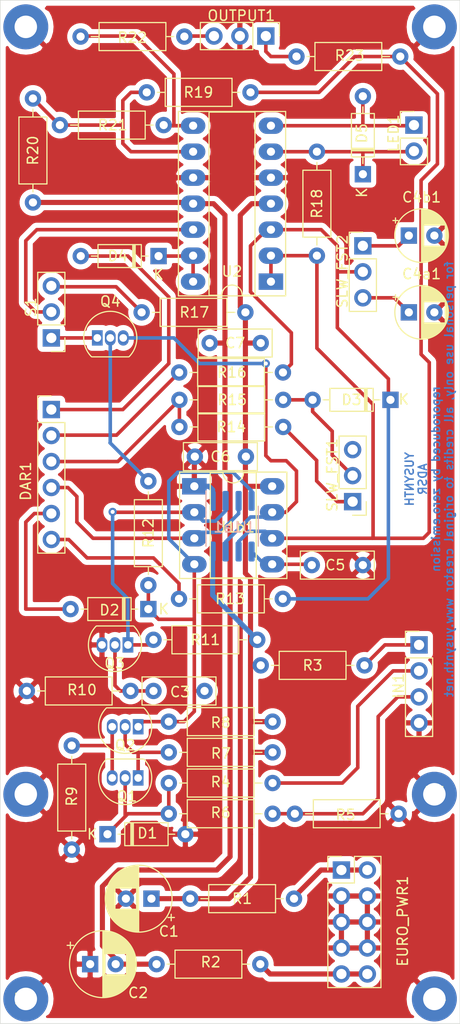
<source format=kicad_pcb>
(kicad_pcb (version 20171130) (host pcbnew 5.1.6)
  (layers (0 F.Cu signal) (31 B.Cu signal) (34 B.Paste user) (35 F.Paste user) (36 B.SilkS user) (37 F.SilkS user) (38 B.Mask user) (39 F.Mask user) (44 Edge.Cuts user))
  (net 0 "")
  (net 1 GND)
  (net 2 +12V)
  (net 3 -12V)
  (net 4 "Net-(C3-Pad1)")
  (net 5 /7555_R)
  (net 6 /7555_CV)
  (net 7 "Net-(C4a1-Pad1)")
  (net 8 "Net-(C4b1-Pad1)")
  (net 9 "Net-(D1-Pad1)")
  (net 10 "Net-(D2-Pad2)")
  (net 11 "Net-(D3-Pad1)")
  (net 12 "Net-(D3-Pad2)")
  (net 13 "Net-(D4-Pad1)")
  (net 14 "Net-(D4-Pad2)")
  (net 15 "Net-(D5-Pad1)")
  (net 16 "Net-(D5-Pad2)")
  (net 17 "Net-(DAR1-Pad2)")
  (net 18 /7555_Q)
  (net 19 "Net-(DAR1-Pad6)")
  (net 20 "Net-(IN1-Pad1)")
  (net 21 "Net-(IN1-Pad2)")
  (net 22 "Net-(IN1-Pad3)")
  (net 23 "Net-(OUTPUT1-Pad1)")
  (net 24 "Net-(Q1-Pad3)")
  (net 25 "Net-(Q1-Pad1)")
  (net 26 /7555_TR)
  (net 27 "Net-(Q4-Pad1)")
  (net 28 /7555_DIS)
  (net 29 "Net-(Q4-Pad2)")
  (net 30 "Net-(R17-Pad2)")
  (net 31 /7555_THR)
  (net 32 "Net-(R19-Pad2)")
  (net 33 "Net-(R21-Pad1)")
  (net 34 "Net-(S1-Pad2)")
  (net 35 "Net-(SLW_FST1-Pad3)")
  (net 36 "Net-(OUTPUT1-Pad3)")
  (net 37 "Net-(DAR1-Pad3)")
  (net 38 "Net-(R14-Pad1)")
  (net 39 /POS)
  (net 40 /NEG)
  (module Capacitor_THT:CP_Radial_D6.3mm_P2.50mm (layer F.Cu) (at 27.8 101.8 180)
    (fp_text reference C1 (at -1.7 -3.2) (layer F.SilkS))
    (fp_text value 22uF)
    (pad 2 thru_hole circle (at 2.5 0 180) (size 1.6 1.6) (drill 0.8) (layers *.Cu *.Mask) (net 1 GND))
    (pad 1 thru_hole rect (at 0 0 180) (size 1.6 1.6) (drill 0.8) (layers *.Cu *.Mask) (net 39 /POS))
  )
  (module Capacitor_THT:CP_Radial_D6.3mm_P2.50mm (layer F.Cu) (at 21.8 108.2)
    (fp_text reference C2 (at 4.7 2.8) (layer F.SilkS))
    (fp_text value 22uF)
    (pad 1 thru_hole rect (at 0 0) (size 1.6 1.6) (drill 0.8) (layers *.Cu *.Mask) (net 1 GND))
    (pad 2 thru_hole circle (at 2.5 0) (size 1.6 1.6) (drill 0.8) (layers *.Cu *.Mask) (net 40 /NEG))
  )
  (module Capacitor_THT:C_Disc_D7.0mm_W2.5mm_P5.00mm (layer F.Cu) (at 28 81.5)
    (fp_text reference C3 (at 2.6 0.1) (layer F.SilkS))
    (fp_text value 10n)
    (pad 1 thru_hole circle (at 0 0) (size 1.6 1.6) (drill 0.8) (layers *.Cu *.Mask) (net 4 "Net-(C3-Pad1)"))
    (pad 2 thru_hole circle (at 5 0) (size 1.6 1.6) (drill 0.8) (layers *.Cu *.Mask) (net 5 /7555_R))
  )
  (module Capacitor_THT:C_Disc_D7.0mm_W2.5mm_P5.00mm (layer F.Cu) (at 43.5 69.2)
    (fp_text reference C5 (at 2.3 0) (layer F.SilkS))
    (fp_text value 10n)
    (pad 2 thru_hole circle (at 5 0) (size 1.6 1.6) (drill 0.8) (layers *.Cu *.Mask) (net 1 GND))
    (pad 1 thru_hole circle (at 0 0) (size 1.6 1.6) (drill 0.8) (layers *.Cu *.Mask) (net 6 /7555_CV))
  )
  (module Capacitor_THT:C_Disc_D7.0mm_W2.5mm_P5.00mm (layer F.Cu) (at 37.05 58.6 180)
    (fp_text reference C6 (at 2.5 0) (layer F.SilkS))
    (fp_text value 100n)
    (pad 1 thru_hole circle (at 0 0 180) (size 1.6 1.6) (drill 0.8) (layers *.Cu *.Mask) (net 39 /POS))
    (pad 2 thru_hole circle (at 5 0 180) (size 1.6 1.6) (drill 0.8) (layers *.Cu *.Mask) (net 1 GND))
  )
  (module Capacitor_THT:C_Disc_D7.0mm_W2.5mm_P5.00mm (layer F.Cu) (at 33.5 47.5)
    (fp_text reference C7 (at 2.5 0) (layer F.SilkS))
    (fp_text value 100n)
    (pad 2 thru_hole circle (at 5 0) (size 1.6 1.6) (drill 0.8) (layers *.Cu *.Mask) (net 39 /POS))
    (pad 1 thru_hole circle (at 0 0) (size 1.6 1.6) (drill 0.8) (layers *.Cu *.Mask) (net 40 /NEG))
  )
  (module Capacitor_THT:CP_Radial_D5.0mm_P2.50mm (layer F.Cu) (at 53 44.5)
    (fp_text reference C4a1 (at 1.25 -3.75) (layer F.SilkS))
    (fp_text value 1uF)
    (pad 2 thru_hole circle (at 2.5 0) (size 1.6 1.6) (drill 0.8) (layers *.Cu *.Mask) (net 1 GND))
    (pad 1 thru_hole rect (at 0 0) (size 1.6 1.6) (drill 0.8) (layers *.Cu *.Mask) (net 7 "Net-(C4a1-Pad1)"))
  )
  (module Capacitor_THT:CP_Radial_D5.0mm_P2.50mm (layer F.Cu) (at 53 37)
    (fp_text reference C4b1 (at 1.25 -3.75) (layer F.SilkS))
    (fp_text value 10uF)
    (pad 1 thru_hole rect (at 0 0) (size 1.6 1.6) (drill 0.8) (layers *.Cu *.Mask) (net 8 "Net-(C4b1-Pad1)"))
    (pad 2 thru_hole circle (at 2.5 0) (size 1.6 1.6) (drill 0.8) (layers *.Cu *.Mask) (net 1 GND))
  )
  (module Diode_THT:D_DO-35_SOD27_P7.62mm_Horizontal (layer F.Cu) (at 23.5 95.5)
    (fp_text reference D1 (at 3.9 -0.1) (layer F.SilkS))
    (fp_text value D)
    (fp_text user K (at -1.5 0) (layer F.SilkS))
    (pad 2 thru_hole oval (at 7.62 0) (size 1.6 1.6) (drill 0.8) (layers *.Cu *.Mask) (net 1 GND))
    (pad 1 thru_hole rect (at 0 0) (size 1.6 1.6) (drill 0.8) (layers *.Cu *.Mask) (net 9 "Net-(D1-Pad1)"))
  )
  (module Diode_THT:D_DO-35_SOD27_P7.62mm_Horizontal (layer F.Cu) (at 27.5 73.5 180)
    (fp_text reference D2 (at 3.81 -0.1) (layer F.SilkS))
    (fp_text value D)
    (fp_text user K (at -1.5 0) (layer F.SilkS))
    (pad 2 thru_hole oval (at 7.62 0 180) (size 1.6 1.6) (drill 0.8) (layers *.Cu *.Mask) (net 10 "Net-(D2-Pad2)"))
    (pad 1 thru_hole rect (at 0 0 180) (size 1.6 1.6) (drill 0.8) (layers *.Cu *.Mask) (net 5 /7555_R))
  )
  (module Diode_THT:D_DO-35_SOD27_P7.62mm_Horizontal (layer F.Cu) (at 51.2 53.05 180)
    (fp_text reference D3 (at 3.81 0) (layer F.SilkS))
    (fp_text value D)
    (fp_text user K (at -1.3 0.05) (layer F.SilkS))
    (pad 1 thru_hole rect (at 0 0 180) (size 1.6 1.6) (drill 0.8) (layers *.Cu *.Mask) (net 11 "Net-(D3-Pad1)"))
    (pad 2 thru_hole oval (at 7.62 0 180) (size 1.6 1.6) (drill 0.8) (layers *.Cu *.Mask) (net 12 "Net-(D3-Pad2)"))
  )
  (module Diode_THT:D_DO-35_SOD27_P7.62mm_Horizontal (layer F.Cu) (at 28.5 39 180)
    (fp_text reference D4 (at 4 0) (layer F.SilkS))
    (fp_text value D)
    (fp_text user K (at 0 -1.8) (layer F.SilkS))
    (pad 1 thru_hole rect (at 0 0 180) (size 1.6 1.6) (drill 0.8) (layers *.Cu *.Mask) (net 13 "Net-(D4-Pad1)"))
    (pad 2 thru_hole oval (at 7.62 0 180) (size 1.6 1.6) (drill 0.8) (layers *.Cu *.Mask) (net 14 "Net-(D4-Pad2)"))
  )
  (module Diode_THT:D_DO-35_SOD27_P7.62mm_Horizontal (layer F.Cu) (at 48.5 31 90)
    (fp_text reference D5 (at 4 -0.1 90) (layer F.SilkS))
    (fp_text value D)
    (fp_text user K (at -1.8 -0.1 90) (layer F.SilkS))
    (pad 1 thru_hole rect (at 0 0 90) (size 1.6 1.6) (drill 0.8) (layers *.Cu *.Mask) (net 15 "Net-(D5-Pad1)"))
    (pad 2 thru_hole oval (at 7.62 0 90) (size 1.6 1.6) (drill 0.8) (layers *.Cu *.Mask) (net 16 "Net-(D5-Pad2)"))
  )
  (module Connector_PinHeader_2.54mm:PinHeader_1x06_P2.54mm_Vertical (layer F.Cu) (at 18 54)
    (fp_text reference DAR1 (at -2.5 7 90) (layer F.SilkS))
    (fp_text value Conn_01x06_Male)
    (pad 1 thru_hole rect (at 0 0) (size 1.7 1.7) (drill 1) (layers *.Cu *.Mask) (net 14 "Net-(D4-Pad2)"))
    (pad 2 thru_hole oval (at 0 2.54) (size 1.7 1.7) (drill 1) (layers *.Cu *.Mask) (net 17 "Net-(DAR1-Pad2)"))
    (pad 3 thru_hole oval (at 0 5.08) (size 1.7 1.7) (drill 1) (layers *.Cu *.Mask) (net 37 "Net-(DAR1-Pad3)"))
    (pad 4 thru_hole oval (at 0 7.62) (size 1.7 1.7) (drill 1) (layers *.Cu *.Mask) (net 18 /7555_Q))
    (pad 5 thru_hole oval (at 0 10.16) (size 1.7 1.7) (drill 1) (layers *.Cu *.Mask) (net 10 "Net-(D2-Pad2)"))
    (pad 6 thru_hole oval (at 0 12.7) (size 1.7 1.7) (drill 1) (layers *.Cu *.Mask) (net 19 "Net-(DAR1-Pad6)"))
  )
  (module Connector_PinHeader_2.54mm:PinHeader_2x05_P2.54mm_Vertical (layer F.Cu) (at 46.4 99)
    (fp_text reference EURO_PWR1 (at 6 5 90) (layer F.SilkS))
    (fp_text value Conn_02x05_Odd_Even)
    (pad 1 thru_hole rect (at 0 0) (size 1.7 1.7) (drill 1) (layers *.Cu *.Mask) (net 2 +12V))
    (pad 2 thru_hole oval (at 2.54 0) (size 1.7 1.7) (drill 1) (layers *.Cu *.Mask) (net 2 +12V))
    (pad 3 thru_hole oval (at 0 2.54) (size 1.7 1.7) (drill 1) (layers *.Cu *.Mask) (net 1 GND))
    (pad 4 thru_hole oval (at 2.54 2.54) (size 1.7 1.7) (drill 1) (layers *.Cu *.Mask) (net 1 GND))
    (pad 5 thru_hole oval (at 0 5.08) (size 1.7 1.7) (drill 1) (layers *.Cu *.Mask) (net 1 GND))
    (pad 6 thru_hole oval (at 2.54 5.08) (size 1.7 1.7) (drill 1) (layers *.Cu *.Mask) (net 1 GND))
    (pad 7 thru_hole oval (at 0 7.62) (size 1.7 1.7) (drill 1) (layers *.Cu *.Mask) (net 1 GND))
    (pad 8 thru_hole oval (at 2.54 7.62) (size 1.7 1.7) (drill 1) (layers *.Cu *.Mask) (net 1 GND))
    (pad 9 thru_hole oval (at 0 10.16) (size 1.7 1.7) (drill 1) (layers *.Cu *.Mask) (net 3 -12V))
    (pad 10 thru_hole oval (at 2.54 10.16) (size 1.7 1.7) (drill 1) (layers *.Cu *.Mask) (net 3 -12V))
  )
  (module Connector_PinHeader_2.54mm:PinHeader_1x04_P2.54mm_Vertical (layer F.Cu) (at 54 77)
    (fp_text reference IN1 (at -2 4 90) (layer F.SilkS))
    (fp_text value Conn_01x04_Male)
    (pad 1 thru_hole rect (at 0 0) (size 1.7 1.7) (drill 1) (layers *.Cu *.Mask) (net 20 "Net-(IN1-Pad1)"))
    (pad 2 thru_hole oval (at 0 2.54) (size 1.7 1.7) (drill 1) (layers *.Cu *.Mask) (net 21 "Net-(IN1-Pad2)"))
    (pad 3 thru_hole oval (at 0 5.08) (size 1.7 1.7) (drill 1) (layers *.Cu *.Mask) (net 22 "Net-(IN1-Pad3)"))
    (pad 4 thru_hole oval (at 0 7.62) (size 1.7 1.7) (drill 1) (layers *.Cu *.Mask) (net 1 GND))
  )
  (module Connector_PinHeader_2.54mm:PinHeader_1x02_P2.54mm_Vertical (layer F.Cu) (at 53.5 26.2)
    (fp_text reference LED1 (at -2 0.8 90) (layer F.SilkS))
    (fp_text value Conn_01x02_Male)
    (pad 1 thru_hole rect (at 0 0) (size 1.7 1.7) (drill 1) (layers *.Cu *.Mask) (net 16 "Net-(D5-Pad2)"))
    (pad 2 thru_hole oval (at 0 2.54) (size 1.7 1.7) (drill 1) (layers *.Cu *.Mask) (net 15 "Net-(D5-Pad1)"))
  )
  (module Connector_PinHeader_2.54mm:PinHeader_1x03_P2.54mm_Vertical (layer F.Cu) (at 39 17.5 270)
    (fp_text reference OUTPUT1 (at -2 2.4 180) (layer F.SilkS))
    (fp_text value Conn_01x03_Male)
    (pad 3 thru_hole oval (at 0 5.08 270) (size 1.7 1.7) (drill 1) (layers *.Cu *.Mask) (net 36 "Net-(OUTPUT1-Pad3)"))
    (pad 2 thru_hole oval (at 0 2.54 270) (size 1.7 1.7) (drill 1) (layers *.Cu *.Mask) (net 1 GND))
    (pad 1 thru_hole rect (at 0 0 270) (size 1.7 1.7) (drill 1) (layers *.Cu *.Mask) (net 23 "Net-(OUTPUT1-Pad1)"))
  )
  (module Package_TO_SOT_THT:TO-92_Inline (layer F.Cu) (at 26.5 90 180)
    (fp_text reference Q1 (at 1.1 -1.8) (layer F.SilkS))
    (fp_text value BC547)
    (pad 2 thru_hole oval (at 1.27 0 180) (size 1.05 1.5) (drill 0.75) (layers *.Cu *.Mask) (net 9 "Net-(D1-Pad1)"))
    (pad 3 thru_hole oval (at 2.54 0 180) (size 1.05 1.5) (drill 0.75) (layers *.Cu *.Mask) (net 24 "Net-(Q1-Pad3)"))
    (pad 1 thru_hole rect (at 0 0 180) (size 1.05 1.5) (drill 0.75) (layers *.Cu *.Mask) (net 25 "Net-(Q1-Pad1)"))
  )
  (module Package_TO_SOT_THT:TO-92_Inline (layer F.Cu) (at 26.5 85 180)
    (fp_text reference Q2 (at 1.27 -1.8) (layer F.SilkS))
    (fp_text value BC547)
    (pad 2 thru_hole oval (at 1.27 0 180) (size 1.05 1.5) (drill 0.75) (layers *.Cu *.Mask) (net 25 "Net-(Q1-Pad1)"))
    (pad 3 thru_hole oval (at 2.54 0 180) (size 1.05 1.5) (drill 0.75) (layers *.Cu *.Mask) (net 24 "Net-(Q1-Pad3)"))
    (pad 1 thru_hole rect (at 0 0 180) (size 1.05 1.5) (drill 0.75) (layers *.Cu *.Mask) (net 5 /7555_R))
  )
  (module Package_TO_SOT_THT:TO-92_Inline (layer F.Cu) (at 25.5 77 180)
    (fp_text reference Q3 (at 1.3 -1.8) (layer F.SilkS))
    (fp_text value BC547)
    (pad 1 thru_hole rect (at 0 0 180) (size 1.05 1.5) (drill 0.75) (layers *.Cu *.Mask) (net 26 /7555_TR))
    (pad 3 thru_hole oval (at 2.54 0 180) (size 1.05 1.5) (drill 0.75) (layers *.Cu *.Mask) (net 1 GND))
    (pad 2 thru_hole oval (at 1.27 0 180) (size 1.05 1.5) (drill 0.75) (layers *.Cu *.Mask) (net 4 "Net-(C3-Pad1)"))
  )
  (module Package_TO_SOT_THT:TO-92_Inline (layer F.Cu) (at 22.5 47)
    (fp_text reference Q4 (at 1.27 -3.56) (layer F.SilkS))
    (fp_text value BS170)
    (pad 1 thru_hole rect (at 0 0) (size 1.05 1.5) (drill 0.75) (layers *.Cu *.Mask) (net 27 "Net-(Q4-Pad1)"))
    (pad 3 thru_hole oval (at 2.54 0) (size 1.05 1.5) (drill 0.75) (layers *.Cu *.Mask) (net 28 /7555_DIS))
    (pad 2 thru_hole oval (at 1.27 0) (size 1.05 1.5) (drill 0.75) (layers *.Cu *.Mask) (net 29 "Net-(Q4-Pad2)"))
  )
  (module Resistor_THT:R_Axial_DIN0207_L6.3mm_D2.5mm_P10.16mm_Horizontal (layer F.Cu) (at 38.5 79)
    (fp_text reference R3 (at 5.08 0) (layer F.SilkS))
    (fp_text value 10K)
    (pad 1 thru_hole circle (at 0 0) (size 1.6 1.6) (drill 0.8) (layers *.Cu *.Mask) (net 39 /POS))
    (pad 2 thru_hole oval (at 10.16 0) (size 1.6 1.6) (drill 0.8) (layers *.Cu *.Mask) (net 20 "Net-(IN1-Pad1)"))
  )
  (module Resistor_THT:R_Axial_DIN0207_L6.3mm_D2.5mm_P10.16mm_Horizontal (layer F.Cu) (at 29.5 90.5)
    (fp_text reference R4 (at 5.08 -0.1) (layer F.SilkS))
    (fp_text value 47K)
    (pad 2 thru_hole oval (at 10.16 0) (size 1.6 1.6) (drill 0.8) (layers *.Cu *.Mask) (net 21 "Net-(IN1-Pad2)"))
    (pad 1 thru_hole circle (at 0 0) (size 1.6 1.6) (drill 0.8) (layers *.Cu *.Mask) (net 9 "Net-(D1-Pad1)"))
  )
  (module Resistor_THT:R_Axial_DIN0207_L6.3mm_D2.5mm_P10.16mm_Horizontal (layer F.Cu) (at 52 93.5 180)
    (fp_text reference R5 (at 5.2 -0.1) (layer F.SilkS))
    (fp_text value 1.2M)
    (pad 2 thru_hole oval (at 10.16 0 180) (size 1.6 1.6) (drill 0.8) (layers *.Cu *.Mask) (net 22 "Net-(IN1-Pad3)"))
    (pad 1 thru_hole circle (at 0 0 180) (size 1.6 1.6) (drill 0.8) (layers *.Cu *.Mask) (net 1 GND))
  )
  (module Resistor_THT:R_Axial_DIN0207_L6.3mm_D2.5mm_P10.16mm_Horizontal (layer F.Cu) (at 29.5 93.5)
    (fp_text reference R6 (at 5.08 -0.1) (layer F.SilkS))
    (fp_text value 1M)
    (pad 1 thru_hole circle (at 0 0) (size 1.6 1.6) (drill 0.8) (layers *.Cu *.Mask) (net 9 "Net-(D1-Pad1)"))
    (pad 2 thru_hole oval (at 10.16 0) (size 1.6 1.6) (drill 0.8) (layers *.Cu *.Mask) (net 22 "Net-(IN1-Pad3)"))
  )
  (module Resistor_THT:R_Axial_DIN0207_L6.3mm_D2.5mm_P10.16mm_Horizontal (layer F.Cu) (at 29.5 87.5)
    (fp_text reference R7 (at 5.1 0.1) (layer F.SilkS))
    (fp_text value 22K)
    (pad 1 thru_hole circle (at 0 0) (size 1.6 1.6) (drill 0.8) (layers *.Cu *.Mask) (net 25 "Net-(Q1-Pad1)"))
    (pad 2 thru_hole oval (at 10.16 0) (size 1.6 1.6) (drill 0.8) (layers *.Cu *.Mask) (net 39 /POS))
  )
  (module Resistor_THT:R_Axial_DIN0207_L6.3mm_D2.5mm_P10.16mm_Horizontal (layer F.Cu) (at 29.5 84.5)
    (fp_text reference R8 (at 5.08 0.1) (layer F.SilkS))
    (fp_text value 22K)
    (pad 2 thru_hole oval (at 10.16 0) (size 1.6 1.6) (drill 0.8) (layers *.Cu *.Mask) (net 39 /POS))
    (pad 1 thru_hole circle (at 0 0) (size 1.6 1.6) (drill 0.8) (layers *.Cu *.Mask) (net 5 /7555_R))
  )
  (module Resistor_THT:R_Axial_DIN0207_L6.3mm_D2.5mm_P10.16mm_Horizontal (layer F.Cu) (at 20 97 90)
    (fp_text reference R9 (at 5.2 0 90) (layer F.SilkS))
    (fp_text value 10)
    (pad 2 thru_hole oval (at 10.16 0 90) (size 1.6 1.6) (drill 0.8) (layers *.Cu *.Mask) (net 24 "Net-(Q1-Pad3)"))
    (pad 1 thru_hole circle (at 0 0 90) (size 1.6 1.6) (drill 0.8) (layers *.Cu *.Mask) (net 1 GND))
  )
  (module Resistor_THT:R_Axial_DIN0207_L6.3mm_D2.5mm_P10.16mm_Horizontal (layer F.Cu) (at 15.6 81.5)
    (fp_text reference R10 (at 5.4 -0.1) (layer F.SilkS))
    (fp_text value 22K)
    (pad 1 thru_hole circle (at 0 0) (size 1.6 1.6) (drill 0.8) (layers *.Cu *.Mask) (net 1 GND))
    (pad 2 thru_hole oval (at 10.16 0) (size 1.6 1.6) (drill 0.8) (layers *.Cu *.Mask) (net 4 "Net-(C3-Pad1)"))
  )
  (module Resistor_THT:R_Axial_DIN0207_L6.3mm_D2.5mm_P10.16mm_Horizontal (layer F.Cu) (at 28 76.5)
    (fp_text reference R11 (at 5.08 0) (layer F.SilkS))
    (fp_text value 22K)
    (pad 2 thru_hole oval (at 10.16 0) (size 1.6 1.6) (drill 0.8) (layers *.Cu *.Mask) (net 39 /POS))
    (pad 1 thru_hole circle (at 0 0) (size 1.6 1.6) (drill 0.8) (layers *.Cu *.Mask) (net 26 /7555_TR))
  )
  (module Resistor_THT:R_Axial_DIN0207_L6.3mm_D2.5mm_P10.16mm_Horizontal (layer F.Cu) (at 27.5 61 270)
    (fp_text reference R12 (at 5.08 0 90) (layer F.SilkS))
    (fp_text value 1M)
    (pad 1 thru_hole circle (at 0 0 270) (size 1.6 1.6) (drill 0.8) (layers *.Cu *.Mask) (net 29 "Net-(Q4-Pad2)"))
    (pad 2 thru_hole oval (at 10.16 0 270) (size 1.6 1.6) (drill 0.8) (layers *.Cu *.Mask) (net 5 /7555_R))
  )
  (module Resistor_THT:R_Axial_DIN0207_L6.3mm_D2.5mm_P10.16mm_Horizontal (layer F.Cu) (at 40.66 72.5 180)
    (fp_text reference R13 (at 5.16 0) (layer F.SilkS))
    (fp_text value 100)
    (pad 1 thru_hole circle (at 0 0 180) (size 1.6 1.6) (drill 0.8) (layers *.Cu *.Mask) (net 11 "Net-(D3-Pad1)"))
    (pad 2 thru_hole oval (at 10.16 0 180) (size 1.6 1.6) (drill 0.8) (layers *.Cu *.Mask) (net 19 "Net-(DAR1-Pad6)"))
  )
  (module Resistor_THT:R_Axial_DIN0207_L6.3mm_D2.5mm_P10.16mm_Horizontal (layer F.Cu) (at 40.7 55.7 180)
    (fp_text reference R14 (at 5.08 0) (layer F.SilkS))
    (fp_text value 120)
    (pad 2 thru_hole oval (at 10.16 0 180) (size 1.6 1.6) (drill 0.8) (layers *.Cu *.Mask) (net 37 "Net-(DAR1-Pad3)"))
    (pad 1 thru_hole circle (at 0 0 180) (size 1.6 1.6) (drill 0.8) (layers *.Cu *.Mask) (net 38 "Net-(R14-Pad1)"))
  )
  (module Resistor_THT:R_Axial_DIN0207_L6.3mm_D2.5mm_P10.16mm_Horizontal (layer F.Cu) (at 40.7 53.05 180)
    (fp_text reference R15 (at 5 0) (layer F.SilkS))
    (fp_text value 680)
    (pad 1 thru_hole circle (at 0 0 180) (size 1.6 1.6) (drill 0.8) (layers *.Cu *.Mask) (net 12 "Net-(D3-Pad2)"))
    (pad 2 thru_hole oval (at 10.16 0 180) (size 1.6 1.6) (drill 0.8) (layers *.Cu *.Mask) (net 37 "Net-(DAR1-Pad3)"))
  )
  (module Resistor_THT:R_Axial_DIN0207_L6.3mm_D2.5mm_P10.16mm_Horizontal (layer F.Cu) (at 40.675 50.375 180)
    (fp_text reference R16 (at 5 0) (layer F.SilkS))
    (fp_text value 100)
    (pad 1 thru_hole circle (at 0 0 180) (size 1.6 1.6) (drill 0.8) (layers *.Cu *.Mask) (net 11 "Net-(D3-Pad1)"))
    (pad 2 thru_hole oval (at 10.16 0 180) (size 1.6 1.6) (drill 0.8) (layers *.Cu *.Mask) (net 17 "Net-(DAR1-Pad2)"))
  )
  (module Resistor_THT:R_Axial_DIN0207_L6.3mm_D2.5mm_P10.16mm_Horizontal (layer F.Cu) (at 37 44.5 180)
    (fp_text reference R17 (at 5 0) (layer F.SilkS))
    (fp_text value 4K7)
    (pad 1 thru_hole circle (at 0 0 180) (size 1.6 1.6) (drill 0.8) (layers *.Cu *.Mask) (net 39 /POS))
    (pad 2 thru_hole oval (at 10.16 0 180) (size 1.6 1.6) (drill 0.8) (layers *.Cu *.Mask) (net 30 "Net-(R17-Pad2)"))
  )
  (module Resistor_THT:R_Axial_DIN0207_L6.3mm_D2.5mm_P10.16mm_Horizontal (layer F.Cu) (at 44 28.8 270)
    (fp_text reference R18 (at 5.08 0 90) (layer F.SilkS))
    (fp_text value 1K)
    (pad 2 thru_hole oval (at 10.16 0 270) (size 1.6 1.6) (drill 0.8) (layers *.Cu *.Mask) (net 31 /7555_THR))
    (pad 1 thru_hole circle (at 0 0 270) (size 1.6 1.6) (drill 0.8) (layers *.Cu *.Mask) (net 15 "Net-(D5-Pad1)"))
  )
  (module Resistor_THT:R_Axial_DIN0207_L6.3mm_D2.5mm_P10.16mm_Horizontal (layer F.Cu) (at 37.5 23 180)
    (fp_text reference R19 (at 5.1 0) (layer F.SilkS))
    (fp_text value 100K)
    (pad 1 thru_hole circle (at 0 0 180) (size 1.6 1.6) (drill 0.8) (layers *.Cu *.Mask) (net 31 /7555_THR))
    (pad 2 thru_hole oval (at 10.16 0 180) (size 1.6 1.6) (drill 0.8) (layers *.Cu *.Mask) (net 32 "Net-(R19-Pad2)"))
  )
  (module Resistor_THT:R_Axial_DIN0207_L6.3mm_D2.5mm_P10.16mm_Horizontal (layer F.Cu) (at 16.2 23.6 270)
    (fp_text reference R20 (at 5.08 0 90) (layer F.SilkS))
    (fp_text value 150K)
    (pad 2 thru_hole oval (at 10.16 0 270) (size 1.6 1.6) (drill 0.8) (layers *.Cu *.Mask) (net 40 /NEG))
    (pad 1 thru_hole circle (at 0 0 270) (size 1.6 1.6) (drill 0.8) (layers *.Cu *.Mask) (net 32 "Net-(R19-Pad2)"))
  )
  (module Resistor_THT:R_Axial_DIN0207_L6.3mm_D2.5mm_P10.16mm_Horizontal (layer F.Cu) (at 29 26.2 180)
    (fp_text reference R21 (at 5 0) (layer F.SilkS))
    (fp_text value 100K)
    (pad 2 thru_hole oval (at 10.16 0 180) (size 1.6 1.6) (drill 0.8) (layers *.Cu *.Mask) (net 32 "Net-(R19-Pad2)"))
    (pad 1 thru_hole circle (at 0 0 180) (size 1.6 1.6) (drill 0.8) (layers *.Cu *.Mask) (net 33 "Net-(R21-Pad1)"))
  )
  (module Resistor_THT:R_Axial_DIN0207_L6.3mm_D2.5mm_P10.16mm_Horizontal (layer F.Cu) (at 31.025 17.55 180)
    (fp_text reference R22 (at 5.1 -0.1) (layer F.SilkS))
    (fp_text value 1K)
    (pad 1 thru_hole circle (at 0 0 180) (size 1.6 1.6) (drill 0.8) (layers *.Cu *.Mask) (net 36 "Net-(OUTPUT1-Pad3)"))
    (pad 2 thru_hole oval (at 10.16 0 180) (size 1.6 1.6) (drill 0.8) (layers *.Cu *.Mask) (net 33 "Net-(R21-Pad1)"))
  )
  (module Resistor_THT:R_Axial_DIN0207_L6.3mm_D2.5mm_P10.16mm_Horizontal (layer F.Cu) (at 42 19.5)
    (fp_text reference R23 (at 5.2 -0.1) (layer F.SilkS))
    (fp_text value 1K)
    (pad 2 thru_hole oval (at 10.16 0) (size 1.6 1.6) (drill 0.8) (layers *.Cu *.Mask) (net 31 /7555_THR))
    (pad 1 thru_hole circle (at 0 0) (size 1.6 1.6) (drill 0.8) (layers *.Cu *.Mask) (net 23 "Net-(OUTPUT1-Pad1)"))
  )
  (module Connector_PinHeader_2.54mm:PinHeader_1x03_P2.54mm_Vertical (layer F.Cu) (at 18 47 180)
    (fp_text reference S1 (at 2 3 90) (layer F.SilkS))
    (fp_text value Conn_01x03_Male)
    (pad 1 thru_hole rect (at 0 0 180) (size 1.7 1.7) (drill 1) (layers *.Cu *.Mask) (net 27 "Net-(Q4-Pad1)"))
    (pad 2 thru_hole oval (at 0 2.54 180) (size 1.7 1.7) (drill 1) (layers *.Cu *.Mask) (net 34 "Net-(S1-Pad2)"))
    (pad 3 thru_hole oval (at 0 5.08 180) (size 1.7 1.7) (drill 1) (layers *.Cu *.Mask) (net 30 "Net-(R17-Pad2)"))
  )
  (module Connector_PinHeader_2.54mm:PinHeader_1x03_P2.54mm_Vertical (layer F.Cu) (at 47.5 63 180)
    (fp_text reference SLW_FST1 (at 2 2.6 90) (layer F.SilkS))
    (fp_text value Conn_01x03_Male)
    (pad 1 thru_hole rect (at 0 0 180) (size 1.7 1.7) (drill 1) (layers *.Cu *.Mask) (net 38 "Net-(R14-Pad1)"))
    (pad 2 thru_hole oval (at 0 2.54 180) (size 1.7 1.7) (drill 1) (layers *.Cu *.Mask) (net 12 "Net-(D3-Pad2)"))
    (pad 3 thru_hole oval (at 0 5.08 180) (size 1.7 1.7) (drill 1) (layers *.Cu *.Mask) (net 35 "Net-(SLW_FST1-Pad3)"))
  )
  (module Connector_PinHeader_2.54mm:PinHeader_1x03_P2.54mm_Vertical (layer F.Cu) (at 48.5 38)
    (fp_text reference SLW_FST2 (at -2 2.5 90) (layer F.SilkS))
    (fp_text value Conn_01x03_Male)
    (pad 3 thru_hole oval (at 0 5.08) (size 1.7 1.7) (drill 1) (layers *.Cu *.Mask) (net 7 "Net-(C4a1-Pad1)"))
    (pad 2 thru_hole oval (at 0 2.54) (size 1.7 1.7) (drill 1) (layers *.Cu *.Mask) (net 11 "Net-(D3-Pad1)"))
    (pad 1 thru_hole rect (at 0 0) (size 1.7 1.7) (drill 1) (layers *.Cu *.Mask) (net 8 "Net-(C4b1-Pad1)"))
  )
  (module Package_DIP:DIP-14_W7.62mm_Socket_LongPads (layer F.Cu) (at 39.5 41.5 180)
    (fp_text reference U2 (at 3.81 1) (layer F.SilkS))
    (fp_text value TL074)
    (pad 1 thru_hole rect (at 0 0 180) (size 2.4 1.6) (drill 0.8) (layers *.Cu *.Mask) (net 31 /7555_THR))
    (pad 8 thru_hole oval (at 7.62 15.24 180) (size 2.4 1.6) (drill 0.8) (layers *.Cu *.Mask) (net 33 "Net-(R21-Pad1)"))
    (pad 2 thru_hole oval (at 0 2.54 180) (size 2.4 1.6) (drill 0.8) (layers *.Cu *.Mask) (net 31 /7555_THR))
    (pad 9 thru_hole oval (at 7.62 12.7 180) (size 2.4 1.6) (drill 0.8) (layers *.Cu *.Mask) (net 32 "Net-(R19-Pad2)"))
    (pad 3 thru_hole oval (at 0 5.08 180) (size 2.4 1.6) (drill 0.8) (layers *.Cu *.Mask) (net 11 "Net-(D3-Pad1)"))
    (pad 10 thru_hole oval (at 7.62 10.16 180) (size 2.4 1.6) (drill 0.8) (layers *.Cu *.Mask) (net 1 GND))
    (pad 4 thru_hole oval (at 0 7.62 180) (size 2.4 1.6) (drill 0.8) (layers *.Cu *.Mask) (net 39 /POS))
    (pad 11 thru_hole oval (at 7.62 7.62 180) (size 2.4 1.6) (drill 0.8) (layers *.Cu *.Mask) (net 40 /NEG))
    (pad 5 thru_hole oval (at 0 10.16 180) (size 2.4 1.6) (drill 0.8) (layers *.Cu *.Mask) (net 1 GND))
    (pad 12 thru_hole oval (at 7.62 5.08 180) (size 2.4 1.6) (drill 0.8) (layers *.Cu *.Mask) (net 34 "Net-(S1-Pad2)"))
    (pad 6 thru_hole oval (at 0 12.7 180) (size 2.4 1.6) (drill 0.8) (layers *.Cu *.Mask) (net 15 "Net-(D5-Pad1)"))
    (pad 13 thru_hole oval (at 7.62 2.54 180) (size 2.4 1.6) (drill 0.8) (layers *.Cu *.Mask) (net 13 "Net-(D4-Pad1)"))
    (pad 7 thru_hole oval (at 0 15.24 180) (size 2.4 1.6) (drill 0.8) (layers *.Cu *.Mask) (net 16 "Net-(D5-Pad2)"))
    (pad 14 thru_hole oval (at 7.62 0 180) (size 2.4 1.6) (drill 0.8) (layers *.Cu *.Mask) (net 13 "Net-(D4-Pad1)"))
  )
  (module Package_SO:SOIC-8_3.9x4.9mm_P1.27mm (layer B.Cu) (at 35.7 65.4 270)
    (fp_text reference U1a1 (at 0.1 -0.1 180) (layer B.SilkS) (effects (justify mirror)))
    (fp_text value ICM7555xB_SOIC)
    (pad 1 smd roundrect (at -2.475 1.905 270) (size 1.95 0.6) (layers B.Cu B.Paste B.Mask) (net 1 GND))
    (pad 2 smd roundrect (at -2.475 0.635 270) (size 1.95 0.6) (layers B.Cu B.Paste B.Mask) (net 26 /7555_TR))
    (pad 3 smd roundrect (at -2.475 -0.635 270) (size 1.95 0.6) (layers B.Cu B.Paste B.Mask) (net 18 /7555_Q))
    (pad 4 smd roundrect (at -2.475 -1.905 270) (size 1.95 0.6) (layers B.Cu B.Paste B.Mask) (net 5 /7555_R))
    (pad 5 smd roundrect (at 2.475 -1.905 270) (size 1.95 0.6) (layers B.Cu B.Paste B.Mask) (net 6 /7555_CV))
    (pad 6 smd roundrect (at 2.475 -0.635 270) (size 1.95 0.6) (layers B.Cu B.Paste B.Mask) (net 31 /7555_THR))
    (pad 7 smd roundrect (at 2.475 0.635 270) (size 1.95 0.6) (layers B.Cu B.Paste B.Mask) (net 28 /7555_DIS))
    (pad 8 smd roundrect (at 2.475 1.905 270) (size 1.95 0.6) (layers B.Cu B.Paste B.Mask) (net 39 /POS))
  )
  (module Package_DIP:DIP-8_W7.62mm_Socket_LongPads (layer F.Cu) (at 32 61.5)
    (fp_text reference U1b1 (at 4 4) (layer F.SilkS))
    (fp_text value ICM7555xB_DIP)
    (pad 1 thru_hole rect (at 0 0) (size 2.4 1.6) (drill 0.8) (layers *.Cu *.Mask) (net 1 GND))
    (pad 5 thru_hole oval (at 7.62 7.62) (size 2.4 1.6) (drill 0.8) (layers *.Cu *.Mask) (net 6 /7555_CV))
    (pad 2 thru_hole oval (at 0 2.54) (size 2.4 1.6) (drill 0.8) (layers *.Cu *.Mask) (net 26 /7555_TR))
    (pad 6 thru_hole oval (at 7.62 5.08) (size 2.4 1.6) (drill 0.8) (layers *.Cu *.Mask) (net 31 /7555_THR))
    (pad 3 thru_hole oval (at 0 5.08) (size 2.4 1.6) (drill 0.8) (layers *.Cu *.Mask) (net 18 /7555_Q))
    (pad 7 thru_hole oval (at 7.62 2.54) (size 2.4 1.6) (drill 0.8) (layers *.Cu *.Mask) (net 28 /7555_DIS))
    (pad 4 thru_hole oval (at 0 7.62) (size 2.4 1.6) (drill 0.8) (layers *.Cu *.Mask) (net 5 /7555_R))
    (pad 8 thru_hole oval (at 7.62 0) (size 2.4 1.6) (drill 0.8) (layers *.Cu *.Mask) (net 39 /POS))
  )
  (module Resistor_THT:R_Axial_DIN0207_L6.3mm_D2.5mm_P10.16mm_Horizontal (layer F.Cu) (at 31.6 101.8)
    (fp_text reference R1 (at 5.08 0) (layer F.SilkS))
    (fp_text value 10)
    (pad 2 thru_hole oval (at 10.16 0) (size 1.6 1.6) (drill 0.8) (layers *.Cu *.Mask) (net 2 +12V))
    (pad 1 thru_hole circle (at 0 0) (size 1.6 1.6) (drill 0.8) (layers *.Cu *.Mask) (net 39 /POS))
  )
  (module Resistor_THT:R_Axial_DIN0207_L6.3mm_D2.5mm_P10.16mm_Horizontal (layer F.Cu) (at 28.3 108.2)
    (fp_text reference R2 (at 5.3 -0.2) (layer F.SilkS))
    (fp_text value 10)
    (pad 1 thru_hole circle (at 0 0) (size 1.6 1.6) (drill 0.8) (layers *.Cu *.Mask) (net 40 /NEG))
    (pad 2 thru_hole oval (at 10.16 0) (size 1.6 1.6) (drill 0.8) (layers *.Cu *.Mask) (net 3 -12V))
  )
  (module MountingHole:MountingHole_2.2mm_M2_Pad (layer F.Cu) (at 15.5 16.6)
    (fp_text reference H1 (at 0 -0.2) (layer F.SilkS))
    (fp_text value MountingHole)
    (pad 1 thru_hole circle (at 0 0) (size 4.4 4.4) (drill 2.2) (layers *.Cu *.Mask) (net 1 GND))
  )
  (module MountingHole:MountingHole_2.2mm_M2_Pad (layer F.Cu) (at 55.5 16.6)
    (fp_text reference H2 (at 0 -0.2) (layer F.SilkS))
    (fp_text value MountingHole)
    (pad 1 thru_hole circle (at 0 0) (size 4.4 4.4) (drill 2.2) (layers *.Cu *.Mask) (net 1 GND))
  )
  (module MountingHole:MountingHole_2.2mm_M2_Pad (layer F.Cu) (at 55.5 91.6)
    (fp_text reference H3 (at 0 -0.2) (layer F.SilkS))
    (fp_text value MountingHole)
    (pad 1 thru_hole circle (at 0 0) (size 4.4 4.4) (drill 2.2) (layers *.Cu *.Mask) (net 1 GND))
  )
  (module MountingHole:MountingHole_2.2mm_M2_Pad (layer F.Cu) (at 55.5 111.6)
    (fp_text reference H4 (at 0.2 0) (layer F.SilkS))
    (fp_text value MountingHole)
    (pad 1 thru_hole circle (at 0 0) (size 4.4 4.4) (drill 2.2) (layers *.Cu *.Mask) (net 1 GND))
  )
  (module MountingHole:MountingHole_2.2mm_M2_Pad (layer F.Cu) (at 15.5 111.6)
    (fp_text reference H5 (at -0.2 0) (layer F.SilkS))
    (fp_text value MountingHole)
    (pad 1 thru_hole circle (at 0 0) (size 4.4 4.4) (drill 2.2) (layers *.Cu *.Mask) (net 1 GND))
  )
  (module MountingHole:MountingHole_2.2mm_M2_Pad (layer F.Cu) (at 15.5 91.6)
    (fp_text reference H6 (at 0 0) (layer F.SilkS))
    (fp_text value MountingHole)
    (pad 1 thru_hole circle (at 0 0) (size 4.4 4.4) (drill 2.2) (layers *.Cu *.Mask) (net 1 GND))
  )
  (gr_text "YUSYNTH\nADSR\nreporoduced by zero.emission\nfor personal use only, all credits to original creator www.yusynth.net" (at 55 60.8 90) (layer B.Cu) (effects (font (size 0.8 0.8)) (justify mirror)))
  (gr_line (start 13 14) (end 13 114) (layer Edge.Cuts) (width 0.05))
  (gr_line (start 58 14) (end 13 14) (layer Edge.Cuts) (width 0.05))
  (gr_line (start 58 114) (end 58 14) (layer Edge.Cuts) (width 0.05))
  (gr_line (start 13 114) (end 58 114) (layer Edge.Cuts) (width 0.05))
  (segment (start 33.795 61.845) (end 33.795 62.925) (width 0.5) (layer B.Cu) (net 1))
  (segment (start 33.45 61.5) (end 33.795 61.845) (width 0.5) (layer B.Cu) (net 1))
  (segment (start 32 61.5) (end 33.45 61.5) (width 0.5) (layer B.Cu) (net 1))
  (segment (start 32 61.5) (end 32 59) (width 0.5) (layer F.Cu) (net 1))
  (segment (start 44.4 99) (end 48.94 99) (width 0.5) (layer F.Cu) (net 2))
  (segment (start 41.6 101.8) (end 44.4 99) (width 0.5) (layer F.Cu) (net 2))
  (segment (start 39.42 109.16) (end 38.46 108.2) (width 0.5) (layer F.Cu) (net 3))
  (segment (start 48.94 109.16) (end 39.42 109.16) (width 0.5) (layer F.Cu) (net 3))
  (segment (start 24.16 77.07) (end 24.23 77) (width 0.35) (layer F.Cu) (net 4))
  (segment (start 24.23 80.97) (end 24.76 81.5) (width 0.35) (layer F.Cu) (net 4))
  (segment (start 24.23 77) (end 24.23 80.97) (width 0.35) (layer F.Cu) (net 4))
  (segment (start 24.76 81.5) (end 28 81.5) (width 0.35) (layer F.Cu) (net 4))
  (segment (start 27 84.5) (end 26.5 85) (width 0.35) (layer F.Cu) (net 5))
  (segment (start 29.5 84.5) (end 27 84.5) (width 0.35) (layer F.Cu) (net 5))
  (segment (start 29.5 84.5) (end 31 84.5) (width 0.35) (layer F.Cu) (net 5))
  (segment (start 32 83.5) (end 32 81.5) (width 0.35) (layer F.Cu) (net 5))
  (segment (start 31 84.5) (end 32 83.5) (width 0.35) (layer F.Cu) (net 5))
  (segment (start 27.5 73.5) (end 28.5 74.5) (width 0.35) (layer F.Cu) (net 5))
  (segment (start 28.5 74.5) (end 32 74.5) (width 0.35) (layer F.Cu) (net 5))
  (segment (start 32 74.5) (end 32 81.5) (width 0.35) (layer F.Cu) (net 5))
  (segment (start 32 69.12) (end 32 74.5) (width 0.35) (layer F.Cu) (net 5))
  (segment (start 35.780001 60.125001) (end 30.374999 60.125001) (width 0.35) (layer B.Cu) (net 5))
  (segment (start 37.605 61.95) (end 35.780001 60.125001) (width 0.35) (layer B.Cu) (net 5))
  (segment (start 37.605 62.925) (end 37.605 61.95) (width 0.35) (layer B.Cu) (net 5))
  (segment (start 30.374999 60.125001) (end 29.5 61) (width 0.35) (layer B.Cu) (net 5))
  (segment (start 29.5 66.62) (end 32 69.12) (width 0.35) (layer B.Cu) (net 5))
  (segment (start 29.5 61) (end 29.5 66.62) (width 0.35) (layer B.Cu) (net 5))
  (segment (start 27.5 73.5) (end 27.5 71.16) (width 0.35) (layer F.Cu) (net 5))
  (segment (start 33 81.5) (end 32 81.5) (width 0.35) (layer F.Cu) (net 5))
  (segment (start 38.85 69.12) (end 37.605 67.875) (width 0.35) (layer B.Cu) (net 6))
  (segment (start 39.62 69.12) (end 38.85 69.12) (width 0.35) (layer B.Cu) (net 6))
  (segment (start 43.42 69.12) (end 43.5 69.2) (width 0.35) (layer F.Cu) (net 6))
  (segment (start 39.62 69.12) (end 43.42 69.12) (width 0.35) (layer F.Cu) (net 6))
  (segment (start 51.58 43.08) (end 53 44.5) (width 0.35) (layer F.Cu) (net 7))
  (segment (start 48.5 43.08) (end 51.58 43.08) (width 0.35) (layer F.Cu) (net 7))
  (segment (start 52 38) (end 53 37) (width 0.35) (layer F.Cu) (net 8))
  (segment (start 48.5 38) (end 52 38) (width 0.35) (layer F.Cu) (net 8))
  (segment (start 25.23 93.77) (end 25.23 90) (width 0.35) (layer F.Cu) (net 9))
  (segment (start 23.5 95.5) (end 25.23 93.77) (width 0.35) (layer F.Cu) (net 9))
  (segment (start 25.5 93.5) (end 25.23 93.77) (width 0.35) (layer F.Cu) (net 9))
  (segment (start 29.5 93.5) (end 25.5 93.5) (width 0.35) (layer F.Cu) (net 9))
  (segment (start 29.5 93.5) (end 29.5 90.5) (width 0.35) (layer F.Cu) (net 9))
  (segment (start 19.88 73.5) (end 15.5 73.5) (width 0.35) (layer F.Cu) (net 10))
  (segment (start 15.5 73.5) (end 15.5 65) (width 0.35) (layer F.Cu) (net 10))
  (segment (start 16.34 64.16) (end 18 64.16) (width 0.35) (layer F.Cu) (net 10))
  (segment (start 15.5 65) (end 16.34 64.16) (width 0.35) (layer F.Cu) (net 10))
  (segment (start 49 72.5) (end 40.66 72.5) (width 0.35) (layer B.Cu) (net 11))
  (segment (start 51 70.5) (end 49 72.5) (width 0.35) (layer B.Cu) (net 11))
  (segment (start 39.5 36.42) (end 39.08 36.42) (width 0.35) (layer F.Cu) (net 11))
  (segment (start 39.08 36.42) (end 37.5 38) (width 0.35) (layer F.Cu) (net 11))
  (segment (start 37.5 38) (end 37.5 42.5) (width 0.35) (layer F.Cu) (net 11))
  (segment (start 37.5 42.5) (end 41.5 46.5) (width 0.35) (layer F.Cu) (net 11))
  (segment (start 39.5 36.42) (end 44.42 36.42) (width 0.35) (layer F.Cu) (net 11))
  (segment (start 44.42 36.42) (end 46 38) (width 0.35) (layer F.Cu) (net 11))
  (segment (start 46 46) (end 51 51) (width 0.35) (layer F.Cu) (net 11))
  (segment (start 46.04 40.54) (end 46 40.5) (width 0.35) (layer F.Cu) (net 11))
  (segment (start 46 40.5) (end 46 46) (width 0.35) (layer F.Cu) (net 11))
  (segment (start 48.5 40.54) (end 46.04 40.54) (width 0.35) (layer F.Cu) (net 11))
  (segment (start 46 38) (end 46 40.5) (width 0.35) (layer F.Cu) (net 11))
  (segment (start 41.5 49.55) (end 40.675 50.375) (width 0.35) (layer F.Cu) (net 11))
  (segment (start 41.5 46.5) (end 41.5 49.55) (width 0.35) (layer F.Cu) (net 11))
  (segment (start 51 53.25) (end 51.2 53.05) (width 0.35) (layer B.Cu) (net 11))
  (segment (start 51 70.5) (end 51 53.25) (width 0.35) (layer B.Cu) (net 11))
  (segment (start 51 52.85) (end 51.2 53.05) (width 0.35) (layer F.Cu) (net 11))
  (segment (start 51 51) (end 51 52.85) (width 0.35) (layer F.Cu) (net 11))
  (segment (start 45.5 58.46) (end 47.5 60.46) (width 0.35) (layer F.Cu) (net 12))
  (segment (start 45.5 56.12) (end 45.5 58.46) (width 0.35) (layer F.Cu) (net 12))
  (segment (start 40.7 53.05) (end 43.58 53.05) (width 0.35) (layer F.Cu) (net 12))
  (segment (start 43.58 54.2) (end 45.5 56.12) (width 0.35) (layer F.Cu) (net 12))
  (segment (start 43.58 53.05) (end 43.58 54.2) (width 0.35) (layer F.Cu) (net 12))
  (segment (start 31.84 39) (end 31.88 38.96) (width 0.35) (layer F.Cu) (net 13))
  (segment (start 28.5 39) (end 31.84 39) (width 0.35) (layer F.Cu) (net 13))
  (segment (start 31.88 41.5) (end 31.88 38.96) (width 0.35) (layer F.Cu) (net 13))
  (segment (start 29.5 49.5) (end 29.5 43) (width 0.35) (layer F.Cu) (net 14))
  (segment (start 25 54) (end 29.5 49.5) (width 0.35) (layer F.Cu) (net 14))
  (segment (start 18 54) (end 25 54) (width 0.35) (layer F.Cu) (net 14))
  (segment (start 20.88 39) (end 25.5 39) (width 0.35) (layer F.Cu) (net 14))
  (segment (start 29.5 43) (end 25.5 39) (width 0.35) (layer F.Cu) (net 14))
  (segment (start 53.24 28.8) (end 53.5 28.54) (width 0.35) (layer F.Cu) (net 15))
  (segment (start 48.5 28.9) (end 48.4 28.8) (width 0.35) (layer F.Cu) (net 15))
  (segment (start 48.5 31) (end 48.5 28.9) (width 0.35) (layer F.Cu) (net 15))
  (segment (start 48.4 28.8) (end 53.24 28.8) (width 0.35) (layer F.Cu) (net 15))
  (segment (start 39.5 28.8) (end 48.4 28.8) (width 0.35) (layer F.Cu) (net 15))
  (segment (start 53.24 26.26) (end 53.5 26) (width 0.35) (layer F.Cu) (net 16))
  (segment (start 48.5 26.22) (end 48.54 26.26) (width 0.35) (layer F.Cu) (net 16))
  (segment (start 48.5 23.38) (end 48.5 26.22) (width 0.35) (layer F.Cu) (net 16))
  (segment (start 48.54 26.26) (end 53.24 26.26) (width 0.35) (layer F.Cu) (net 16))
  (segment (start 39.5 26.26) (end 48.54 26.26) (width 0.35) (layer F.Cu) (net 16))
  (segment (start 18.04 56.5) (end 18 56.54) (width 0.35) (layer F.Cu) (net 17))
  (segment (start 24.39 56.5) (end 24.3 56.5) (width 0.35) (layer F.Cu) (net 17))
  (segment (start 24.3 56.5) (end 18.04 56.5) (width 0.35) (layer F.Cu) (net 17))
  (segment (start 30.515 50.375) (end 24.39 56.5) (width 0.35) (layer F.Cu) (net 17))
  (segment (start 36.335 62.925) (end 36.335 63.695) (width 0.35) (layer B.Cu) (net 18))
  (segment (start 32 66.58) (end 22.08 66.58) (width 0.35) (layer F.Cu) (net 18))
  (segment (start 22.08 66.58) (end 20.5 65) (width 0.35) (layer F.Cu) (net 18))
  (segment (start 20.5 65) (end 20.5 62.5) (width 0.35) (layer F.Cu) (net 18))
  (segment (start 19.62 61.62) (end 18 61.62) (width 0.35) (layer F.Cu) (net 18))
  (segment (start 20.5 62.5) (end 19.62 61.62) (width 0.35) (layer F.Cu) (net 18))
  (segment (start 36.335 62.925) (end 36.335 64.165) (width 0.35) (layer B.Cu) (net 18))
  (segment (start 36.335 64.165) (end 34.5 66) (width 0.35) (layer B.Cu) (net 18))
  (segment (start 32.58 66) (end 32 66.58) (width 0.35) (layer B.Cu) (net 18))
  (segment (start 34.5 66) (end 32.58 66) (width 0.35) (layer B.Cu) (net 18))
  (segment (start 30.5 72.5) (end 30.5 71) (width 0.35) (layer F.Cu) (net 19))
  (segment (start 30.5 71) (end 28 68.5) (width 0.35) (layer F.Cu) (net 19))
  (segment (start 28 68.5) (end 21.5 68.5) (width 0.35) (layer F.Cu) (net 19))
  (segment (start 19.7 66.7) (end 18 66.7) (width 0.35) (layer F.Cu) (net 19))
  (segment (start 21.5 68.5) (end 19.7 66.7) (width 0.35) (layer F.Cu) (net 19))
  (segment (start 50.66 77) (end 48.66 79) (width 0.35) (layer F.Cu) (net 20))
  (segment (start 54 77) (end 50.66 77) (width 0.35) (layer F.Cu) (net 20))
  (segment (start 39.66 90.5) (end 46.5 90.5) (width 0.35) (layer F.Cu) (net 21))
  (segment (start 46.5 90.5) (end 48 89) (width 0.35) (layer F.Cu) (net 21))
  (segment (start 48 89) (end 48 83) (width 0.35) (layer F.Cu) (net 21))
  (segment (start 51.46 79.54) (end 54 79.54) (width 0.35) (layer F.Cu) (net 21))
  (segment (start 48 83) (end 51.46 79.54) (width 0.35) (layer F.Cu) (net 21))
  (segment (start 39.66 93.5) (end 41.84 93.5) (width 0.35) (layer F.Cu) (net 22))
  (segment (start 41.84 93.5) (end 48.5 93.5) (width 0.35) (layer F.Cu) (net 22))
  (segment (start 48.5 93.5) (end 50 92) (width 0.35) (layer F.Cu) (net 22))
  (segment (start 50 92) (end 50 84) (width 0.35) (layer F.Cu) (net 22))
  (segment (start 51.92 82.08) (end 54 82.08) (width 0.35) (layer F.Cu) (net 22))
  (segment (start 50 84) (end 51.92 82.08) (width 0.35) (layer F.Cu) (net 22))
  (segment (start 39 17.5) (end 39 19) (width 0.35) (layer F.Cu) (net 23))
  (segment (start 39.5 19.5) (end 42 19.5) (width 0.35) (layer F.Cu) (net 23))
  (segment (start 39 19) (end 39.5 19.5) (width 0.35) (layer F.Cu) (net 23))
  (segment (start 23.76 86.84) (end 23.96 87.04) (width 0.35) (layer F.Cu) (net 24))
  (segment (start 20 86.84) (end 23.76 86.84) (width 0.35) (layer F.Cu) (net 24))
  (segment (start 23.96 87.04) (end 23.96 85) (width 0.35) (layer F.Cu) (net 24))
  (segment (start 23.96 90) (end 23.96 87.04) (width 0.35) (layer F.Cu) (net 24))
  (segment (start 29.5 87.5) (end 26 87.5) (width 0.35) (layer F.Cu) (net 25))
  (segment (start 25.23 86.73) (end 25.23 85) (width 0.35) (layer F.Cu) (net 25))
  (segment (start 26 87.5) (end 25.23 86.73) (width 0.35) (layer F.Cu) (net 25))
  (segment (start 26.5 90) (end 26.5 87.5) (width 0.35) (layer F.Cu) (net 25))
  (segment (start 32.56 64.6) (end 32 64.04) (width 0.35) (layer B.Cu) (net 26))
  (segment (start 32 64.04) (end 32.86 64.9) (width 0.35) (layer B.Cu) (net 26))
  (segment (start 35.065 63.9) (end 35.065 62.925) (width 0.35) (layer B.Cu) (net 26))
  (segment (start 34.065 64.9) (end 35.065 63.9) (width 0.35) (layer B.Cu) (net 26))
  (segment (start 32.86 64.9) (end 34.065 64.9) (width 0.35) (layer B.Cu) (net 26))
  (segment (start 27.5 77) (end 28 76.5) (width 0.35) (layer F.Cu) (net 26))
  (segment (start 25.5 77) (end 27.5 77) (width 0.35) (layer F.Cu) (net 26))
  (segment (start 24.04 64.04) (end 24 64) (width 0.35) (layer F.Cu) (net 26))
  (via (at 24 64) (size 0.8) (drill 0.4) (layers F.Cu B.Cu) (net 26))
  (segment (start 32 64.04) (end 24.04 64.04) (width 0.35) (layer F.Cu) (net 26))
  (segment (start 24 71) (end 24 64) (width 0.35) (layer B.Cu) (net 26))
  (segment (start 25.5 72.5) (end 24 71) (width 0.35) (layer B.Cu) (net 26))
  (segment (start 25.5 77) (end 25.5 72.5) (width 0.35) (layer B.Cu) (net 26))
  (segment (start 18 47) (end 22.5 47) (width 0.35) (layer F.Cu) (net 27))
  (via (at 39 49.5) (size 0.8) (drill 0.4) (layers F.Cu B.Cu) (net 28))
  (segment (start 35.065 67.875) (end 35.065 67.145) (width 0.35) (layer B.Cu) (net 28))
  (segment (start 39.62 64.04) (end 40.96 64.04) (width 0.35) (layer F.Cu) (net 28))
  (segment (start 40.96 64.04) (end 42 63) (width 0.35) (layer F.Cu) (net 28))
  (segment (start 42 63) (end 42 60) (width 0.35) (layer F.Cu) (net 28))
  (segment (start 42 60) (end 41 59) (width 0.35) (layer F.Cu) (net 28))
  (segment (start 41 59) (end 39.5 59) (width 0.35) (layer F.Cu) (net 28))
  (segment (start 39.5 59) (end 39 58.5) (width 0.35) (layer F.Cu) (net 28))
  (segment (start 39 58.5) (end 39 49.5) (width 0.35) (layer F.Cu) (net 28))
  (segment (start 25.04 47) (end 25.04 47.04) (width 0.35) (layer B.Cu) (net 28))
  (segment (start 35.065 67.875) (end 35.065 67.392169) (width 0.35) (layer B.Cu) (net 28))
  (segment (start 39.16 64.5) (end 39.62 64.04) (width 0.35) (layer B.Cu) (net 28))
  (segment (start 37.5 64.5) (end 39.16 64.5) (width 0.35) (layer B.Cu) (net 28))
  (segment (start 35.065 66.935) (end 37.5 64.5) (width 0.35) (layer B.Cu) (net 28))
  (segment (start 35.065 67.875) (end 35.065 66.935) (width 0.35) (layer B.Cu) (net 28))
  (segment (start 39 49.5) (end 32.5 49.5) (width 0.35) (layer B.Cu) (net 28))
  (segment (start 30 47) (end 25.04 47) (width 0.35) (layer B.Cu) (net 28))
  (segment (start 32.5 49.5) (end 30 47) (width 0.35) (layer B.Cu) (net 28))
  (segment (start 23.77 57.23) (end 23.75 57.25) (width 0.35) (layer B.Cu) (net 29))
  (segment (start 23.77 47) (end 23.77 57.23) (width 0.35) (layer B.Cu) (net 29))
  (segment (start 27.5 61) (end 23.75 57.25) (width 0.35) (layer B.Cu) (net 29))
  (segment (start 26.84 44.5) (end 24.34 42) (width 0.35) (layer F.Cu) (net 30))
  (segment (start 18.08 42) (end 18 41.92) (width 0.35) (layer F.Cu) (net 30))
  (segment (start 24.34 42) (end 18.08 42) (width 0.35) (layer F.Cu) (net 30))
  (segment (start 39.62 66.58) (end 38.94 65.9) (width 0.35) (layer B.Cu) (net 31))
  (segment (start 36.335 66.9) (end 36.335 67.875) (width 0.35) (layer B.Cu) (net 31))
  (segment (start 37.335 65.9) (end 36.335 66.9) (width 0.35) (layer B.Cu) (net 31))
  (segment (start 38.94 65.9) (end 37.335 65.9) (width 0.35) (layer B.Cu) (net 31))
  (segment (start 43.7 38.96) (end 44 38.66) (width 0.35) (layer F.Cu) (net 31))
  (segment (start 39.5 38.96) (end 43.7 38.96) (width 0.35) (layer F.Cu) (net 31))
  (segment (start 44 38.66) (end 44 48) (width 0.35) (layer F.Cu) (net 31))
  (segment (start 44 48) (end 49.5 53.5) (width 0.35) (layer F.Cu) (net 31))
  (segment (start 49.5 66.5) (end 49.42 66.58) (width 0.35) (layer F.Cu) (net 31))
  (segment (start 49.5 53.5) (end 49.5 66.5) (width 0.35) (layer F.Cu) (net 31))
  (segment (start 49.42 66.58) (end 54.42 66.58) (width 0.35) (layer F.Cu) (net 31))
  (segment (start 39.62 66.58) (end 49.42 66.58) (width 0.35) (layer F.Cu) (net 31))
  (segment (start 39.5 41.5) (end 39.5 38.96) (width 0.35) (layer F.Cu) (net 31))
  (segment (start 37.5 23) (end 44.2 23) (width 0.35) (layer F.Cu) (net 31))
  (segment (start 47.7 19.5) (end 52.16 19.5) (width 0.35) (layer F.Cu) (net 31))
  (segment (start 44.2 23) (end 47.7 19.5) (width 0.35) (layer F.Cu) (net 31))
  (segment (start 52.16 19.5) (end 55.8 23.14) (width 0.35) (layer F.Cu) (net 31))
  (segment (start 55.8 23.14) (end 55.8 30) (width 0.35) (layer F.Cu) (net 31))
  (segment (start 55.8 30) (end 54.2 31.6) (width 0.35) (layer F.Cu) (net 31))
  (segment (start 54.2 31.6) (end 54.2 48.6) (width 0.35) (layer F.Cu) (net 31))
  (segment (start 54.2 48.6) (end 55 49.4) (width 0.35) (layer F.Cu) (net 31))
  (segment (start 55 66) (end 54.42 66.58) (width 0.35) (layer F.Cu) (net 31))
  (segment (start 55 49.4) (end 55 66) (width 0.35) (layer F.Cu) (net 31))
  (segment (start 18.8 26.2) (end 18.84 26.2) (width 0.35) (layer F.Cu) (net 32))
  (segment (start 16.2 23.6) (end 18.8 26.2) (width 0.35) (layer F.Cu) (net 32))
  (segment (start 27.34 23) (end 25.8 23) (width 0.35) (layer F.Cu) (net 32))
  (segment (start 25.8 23) (end 25 23.8) (width 0.35) (layer F.Cu) (net 32))
  (segment (start 25.8 28.8) (end 31.88 28.8) (width 0.35) (layer F.Cu) (net 32))
  (segment (start 25 28) (end 25.8 28.8) (width 0.35) (layer F.Cu) (net 32))
  (segment (start 18.84 26.2) (end 25 26.2) (width 0.35) (layer F.Cu) (net 32))
  (segment (start 25 26.2) (end 25 28) (width 0.35) (layer F.Cu) (net 32))
  (segment (start 25 23.8) (end 25 26.2) (width 0.35) (layer F.Cu) (net 32))
  (segment (start 29.06 26.26) (end 29 26.2) (width 0.35) (layer F.Cu) (net 33))
  (segment (start 26.3 17.5) (end 30 21.2) (width 0.35) (layer F.Cu) (net 33))
  (segment (start 30 26.2) (end 29.94 26.26) (width 0.35) (layer F.Cu) (net 33))
  (segment (start 30 21.2) (end 30 26.2) (width 0.35) (layer F.Cu) (net 33))
  (segment (start 29.94 26.26) (end 29.06 26.26) (width 0.35) (layer F.Cu) (net 33))
  (segment (start 31.88 26.26) (end 29.94 26.26) (width 0.35) (layer F.Cu) (net 33))
  (segment (start 20.915 17.5) (end 20.865 17.55) (width 0.35) (layer F.Cu) (net 33))
  (segment (start 26.3 17.5) (end 20.915 17.5) (width 0.35) (layer F.Cu) (net 33))
  (segment (start 18 44.46) (end 16.46 44.46) (width 0.35) (layer F.Cu) (net 34))
  (segment (start 16.46 44.46) (end 15.5 43.5) (width 0.35) (layer F.Cu) (net 34))
  (segment (start 15.5 43.5) (end 15.5 37.5) (width 0.35) (layer F.Cu) (net 34))
  (segment (start 16.58 36.42) (end 31.88 36.42) (width 0.35) (layer F.Cu) (net 34))
  (segment (start 15.5 37.5) (end 16.58 36.42) (width 0.35) (layer F.Cu) (net 34))
  (segment (start 31.075 17.5) (end 31.025 17.55) (width 0.35) (layer F.Cu) (net 36))
  (segment (start 33.92 17.5) (end 31.075 17.5) (width 0.35) (layer F.Cu) (net 36))
  (segment (start 30.54 55.7) (end 30.54 53.05) (width 0.35) (layer F.Cu) (net 37))
  (segment (start 24.51 59.08) (end 23.53 59.08) (width 0.35) (layer F.Cu) (net 37))
  (segment (start 30.54 53.05) (end 24.51 59.08) (width 0.35) (layer F.Cu) (net 37))
  (segment (start 18 59.08) (end 23.53 59.08) (width 0.35) (layer F.Cu) (net 37))
  (segment (start 46 63) (end 47.5 63) (width 0.35) (layer F.Cu) (net 38))
  (segment (start 43.975 60.975) (end 46 63) (width 0.35) (layer F.Cu) (net 38))
  (segment (start 43.975 58.975) (end 43.975 60.975) (width 0.35) (layer F.Cu) (net 38))
  (segment (start 40.7 55.7) (end 43.975 58.975) (width 0.35) (layer F.Cu) (net 38))
  (segment (start 33.795 72.135) (end 38.16 76.5) (width 0.5) (layer B.Cu) (net 39))
  (segment (start 33.795 67.875) (end 33.795 72.135) (width 0.5) (layer B.Cu) (net 39))
  (segment (start 39.5 33.88) (end 37.62 33.88) (width 0.5) (layer F.Cu) (net 39))
  (segment (start 37.62 33.88) (end 36.5 35) (width 0.5) (layer F.Cu) (net 39))
  (segment (start 36.5 44) (end 37 44.5) (width 0.5) (layer F.Cu) (net 39))
  (segment (start 36.5 35) (end 36.5 44) (width 0.5) (layer F.Cu) (net 39))
  (segment (start 37.5 70.5) (end 37 70) (width 0.5) (layer F.Cu) (net 39))
  (segment (start 39.62 61.5) (end 37 61.5) (width 0.5) (layer F.Cu) (net 39))
  (segment (start 37 61.5) (end 37 59) (width 0.5) (layer F.Cu) (net 39))
  (segment (start 37 70) (end 37 61.5) (width 0.5) (layer F.Cu) (net 39))
  (segment (start 38.16 76.5) (end 37.5 76.5) (width 0.5) (layer F.Cu) (net 39))
  (segment (start 37.5 76.5) (end 37.5 70.5) (width 0.5) (layer F.Cu) (net 39))
  (segment (start 38.5 79) (end 37.5 79) (width 0.5) (layer F.Cu) (net 39))
  (segment (start 37.5 79) (end 37.5 76.5) (width 0.5) (layer F.Cu) (net 39))
  (segment (start 39.66 84.5) (end 37.5 84.5) (width 0.5) (layer F.Cu) (net 39))
  (segment (start 37.5 84.5) (end 37.5 79) (width 0.5) (layer F.Cu) (net 39))
  (segment (start 39.66 87.5) (end 37.5 87.5) (width 0.5) (layer F.Cu) (net 39))
  (segment (start 37.5 87.5) (end 37.5 84.5) (width 0.5) (layer F.Cu) (net 39))
  (segment (start 37.5 95.5) (end 37.5 87.5) (width 0.5) (layer F.Cu) (net 39))
  (segment (start 38.5 47.5) (end 37 47.5) (width 0.5) (layer F.Cu) (net 39))
  (segment (start 37 47.5) (end 37 44.5) (width 0.5) (layer F.Cu) (net 39))
  (segment (start 37 59) (end 37 47.5) (width 0.5) (layer F.Cu) (net 39))
  (segment (start 27.8 101.8) (end 31.6 101.8) (width 0.5) (layer F.Cu) (net 39))
  (segment (start 31.6 101.8) (end 35.4 101.8) (width 0.5) (layer F.Cu) (net 39))
  (segment (start 37.5 99.7) (end 37.5 95.5) (width 0.5) (layer F.Cu) (net 39))
  (segment (start 35.4 101.8) (end 37.5 99.7) (width 0.5) (layer F.Cu) (net 39))
  (segment (start 33.5 47.5) (end 35 47.5) (width 0.5) (layer F.Cu) (net 40))
  (segment (start 31.76 33.76) (end 31.88 33.88) (width 0.5) (layer F.Cu) (net 40))
  (segment (start 16.2 33.76) (end 31.76 33.76) (width 0.5) (layer F.Cu) (net 40))
  (segment (start 24.6 99) (end 23 100.6) (width 0.5) (layer F.Cu) (net 40))
  (segment (start 35.5 97.7) (end 34.2 99) (width 0.5) (layer F.Cu) (net 40))
  (segment (start 35 60) (end 35.5 60.5) (width 0.5) (layer F.Cu) (net 40))
  (segment (start 34.2 99) (end 24.6 99) (width 0.5) (layer F.Cu) (net 40))
  (segment (start 35.5 60.5) (end 35.5 97.7) (width 0.5) (layer F.Cu) (net 40))
  (segment (start 35 35) (end 35 60) (width 0.5) (layer F.Cu) (net 40))
  (segment (start 23 100.6) (end 23 106.4) (width 0.5) (layer F.Cu) (net 40))
  (segment (start 33.88 33.88) (end 35 35) (width 0.5) (layer F.Cu) (net 40))
  (segment (start 31.88 33.88) (end 33.88 33.88) (width 0.5) (layer F.Cu) (net 40))
  (segment (start 24.8 108.2) (end 23 106.4) (width 0.5) (layer F.Cu) (net 40))
  (segment (start 28.3 108.2) (end 24.8 108.2) (width 0.5) (layer F.Cu) (net 40))
  (zone (net 1) (net_name GND) (layer F.Cu) (connect_pads (clearance 0.508)) (min_thickness 0.254) (fill yes (arc_segments 32) (thermal_gap 0.508) (thermal_bridge_width 0.508))
    (polygon (pts (xy 58 114) (xy 13 114) (xy 13 14) (xy 58 14)))
  )
)
</source>
